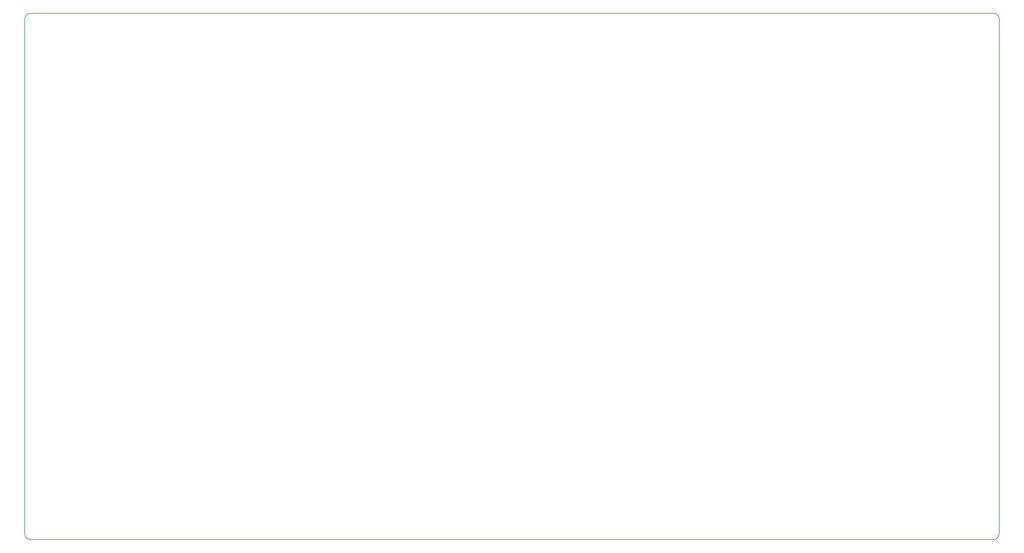
<source format=gbr>
G04 #@! TF.GenerationSoftware,KiCad,Pcbnew,5.1.9-73d0e3b20d~88~ubuntu18.04.1*
G04 #@! TF.CreationDate,2021-04-10T14:05:51-05:00*
G04 #@! TF.ProjectId,keyboard,6b657962-6f61-4726-942e-6b696361645f,rev?*
G04 #@! TF.SameCoordinates,Original*
G04 #@! TF.FileFunction,Profile,NP*
%FSLAX46Y46*%
G04 Gerber Fmt 4.6, Leading zero omitted, Abs format (unit mm)*
G04 Created by KiCad (PCBNEW 5.1.9-73d0e3b20d~88~ubuntu18.04.1) date 2021-04-10 14:05:51*
%MOMM*%
%LPD*%
G01*
G04 APERTURE LIST*
G04 #@! TA.AperFunction,Profile*
%ADD10C,0.200000*%
G04 #@! TD*
G04 APERTURE END LIST*
D10*
X300037500Y-28575000D02*
G75*
G02*
X301625000Y-30162500I0J-1587500D01*
G01*
X301625000Y-174625000D02*
G75*
G02*
X300037500Y-176212500I-1587500J0D01*
G01*
X30162500Y-176212500D02*
G75*
G02*
X28575000Y-174625000I0J1587500D01*
G01*
X28575000Y-30162500D02*
G75*
G02*
X30162500Y-28575000I1587500J0D01*
G01*
X30162500Y-28575000D02*
X300037500Y-28575000D01*
X301625000Y-30162500D02*
X301625000Y-174625000D01*
X300037500Y-176212500D02*
X30162500Y-176212500D01*
X28575000Y-174625000D02*
X28575000Y-30162500D01*
M02*

</source>
